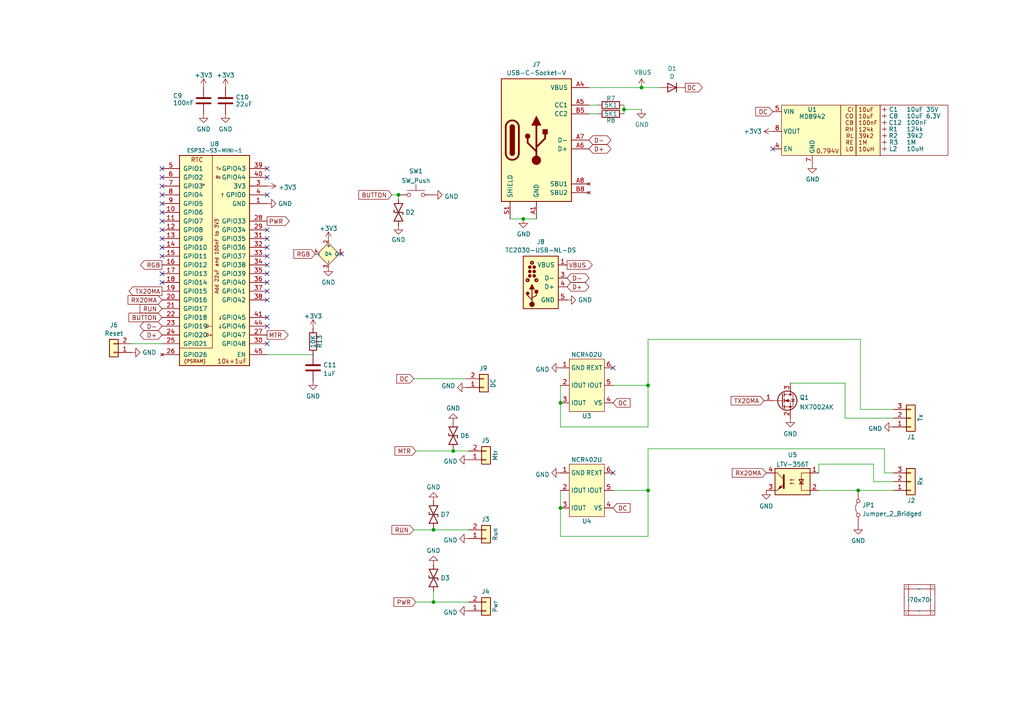
<source format=kicad_sch>
(kicad_sch (version 20241209) (generator "eeschema") (generator_version "9.0")
  (paper "A4")
  (title_block (title "ASR33 controller") (rev "1") (comment 1 "@TheRealRevK") (comment 2 "www.me.uk"))
  (lib_symbols
    (symbol "Connector_Generic:Conn_01x02" (pin_names (offset 1.016) (hide yes))
      (property "Reference" "J" (at 0 2.54 0))
      (property "Value" "Conn_01x02" (at 0 -5.08 0))
      (symbol "Conn_01x02_1_1"
        (rectangle (start -1.27 1.27) (end 1.27 -3.81) (stroke (width 0.254)) (fill (type background)))
        (rectangle (start -1.27 0.127) (end 0 -0.127) (stroke (width 0.1524)))
        (rectangle (start -1.27 -2.413) (end 0 -2.667) (stroke (width 0.1524)))
        (pin passive line (at -5.08 0 0) (length 3.81) (name "Pin_1") (number "1"))
        (pin passive line (at -5.08 -2.54 0) (length 3.81) (name "Pin_2") (number "2"))
      )
    )
    (symbol "Connector_Generic:Conn_01x03" (pin_names (offset 1.016) (hide yes))
      (property "Reference" "J" (at 0 5.08 0))
      (property "Value" "Conn_01x03" (at 0 -5.08 0))
      (symbol "Conn_01x03_1_1"
        (rectangle (start -1.27 3.81) (end 1.27 -3.81) (stroke (width 0.254)) (fill (type background)))
        (rectangle (start -1.27 2.667) (end 0 2.413) (stroke (width 0.1524)))
        (rectangle (start -1.27 0.127) (end 0 -0.127) (stroke (width 0.1524)))
        (rectangle (start -1.27 -2.413) (end 0 -2.667) (stroke (width 0.1524)))
        (pin passive line (at -5.08 2.54 0) (length 3.81) (name "Pin_1") (number "1"))
        (pin passive line (at -5.08 0 0) (length 3.81) (name "Pin_2") (number "2"))
        (pin passive line (at -5.08 -2.54 0) (length 3.81) (name "Pin_3") (number "3"))
      )
    )
    (symbol "Device:C" (pin_numbers (hide yes)) (pin_names (offset 0.254))
      (property "Reference" "C" (at 0.635 2.54 0))
      (property "Value" "C" (at 0.635 -2.54 0))
      (symbol "C_0_1"
        (polyline (pts (xy -2.032 0.762) (xy 2.032 0.762)) (stroke (width 0.508)))
        (polyline (pts (xy -2.032 -0.762) (xy 2.032 -0.762)) (stroke (width 0.508)))
      )
      (symbol "C_1_1"
        (pin passive line (at 0 3.81 270) (length 2.794) (name "~") (number "1"))
        (pin passive line (at 0 -3.81 90) (length 2.794) (name "~") (number "2"))
      )
    )
    (symbol "Device:D" (pin_numbers (hide yes)) (pin_names (offset 1.016) (hide yes))
      (property "Reference" "D" (at 0 2.54 0))
      (property "Value" "D" (at 0 -2.54 0))
      (symbol "D_0_1"
        (polyline (pts (xy -1.27 1.27) (xy -1.27 -1.27)) (stroke (width 0.254)))
        (polyline (pts (xy 1.27 1.27) (xy 1.27 -1.27) (xy -1.27 0) (xy 1.27 1.27)) (stroke (width 0.254)))
        (polyline (pts (xy 1.27 0) (xy -1.27 0)))
      )
      (symbol "D_1_1"
        (pin passive line (at -3.81 0 0) (length 2.54) (name "K") (number "1"))
        (pin passive line (at 3.81 0 180) (length 2.54) (name "A") (number "2"))
      )
    )
    (symbol "Device:R" (pin_numbers (hide yes)) (pin_names (offset 0))
      (property "Reference" "R" (at 2.032 0 90))
      (property "Value" "R" (at 0 0 90))
      (symbol "R_0_1"
        (rectangle (start -1.016 -2.54) (end 1.016 2.54) (stroke (width 0.254)))
      )
      (symbol "R_1_1"
        (pin passive line (at 0 3.81 270) (length 1.27) (name "~") (number "1"))
        (pin passive line (at 0 -3.81 90) (length 1.27) (name "~") (number "2"))
      )
    )
    (symbol "Isolator:LTV-356T" (pin_names (offset 1.016))
      (property "Reference" "U" (at -5.334 4.826 0))
      (property "Value" "LTV-356T" (at 0 5.08 0))
      (symbol "LTV-356T_0_1"
        (rectangle (start -5.08 3.81) (end 5.08 -3.81) (stroke (width 0.254)) (fill (type background)))
        (polyline (pts (xy -5.08 2.54) (xy -2.54 2.54) (xy -2.54 -0.762)))
        (polyline (pts (xy -3.175 -0.635) (xy -1.905 -0.635)) (stroke (width 0.254)))
        (polyline (pts (xy -2.54 -0.635) (xy -3.175 0.635) (xy -1.905 0.635) (xy -2.54 -0.635)) (stroke (width 0.254)))
        (polyline (pts (xy -2.54 -0.635) (xy -2.54 -2.54) (xy -5.08 -2.54)))
        (polyline (pts (xy -0.508 0.508) (xy 0.762 0.508) (xy 0.381 0.381) (xy 0.381 0.635) (xy 0.762 0.508)))
        (polyline (pts (xy -0.508 -0.508) (xy 0.762 -0.508) (xy 0.381 -0.635) (xy 0.381 -0.381) (xy 0.762 -0.508)))
        (polyline (pts (xy 2.54 1.905) (xy 2.54 -1.905) (xy 2.54 -1.905)) (stroke (width 0.508)))
        (polyline (pts (xy 2.54 0.635) (xy 4.445 2.54)))
        (polyline (pts (xy 3.048 -1.651) (xy 3.556 -1.143) (xy 4.064 -2.159) (xy 3.048 -1.651) (xy 3.048 -1.651)) (fill (type outline)))
        (polyline (pts (xy 4.445 2.54) (xy 5.08 2.54)))
        (polyline (pts (xy 4.445 -2.54) (xy 2.54 -0.635)) (fill (type outline)))
        (polyline (pts (xy 4.445 -2.54) (xy 5.08 -2.54)))
      )
      (symbol "LTV-356T_1_1"
        (pin passive line (at -7.62 2.54 0) (length 2.54) (name "~") (number "1"))
        (pin passive line (at -7.62 -2.54 0) (length 2.54) (name "~") (number "2"))
        (pin passive line (at 7.62 2.54 180) (length 2.54) (name "~") (number "4"))
        (pin passive line (at 7.62 -2.54 180) (length 2.54) (name "~") (number "3"))
      )
    )
    (symbol "Jumper:Jumper_2_Bridged" (pin_numbers (hide yes)) (pin_names (offset 0) (hide yes)) (exclude_from_sim yes)
      (property "Reference" "JP" (at 0 1.905 0))
      (property "Value" "Jumper_2_Bridged" (at 0 -2.54 0))
      (symbol "Jumper_2_Bridged_0_0"
        (circle (center -2.032 0) (radius 0.508))
        (circle (center 2.032 0) (radius 0.508))
      )
      (symbol "Jumper_2_Bridged_0_1"
        (arc (start -1.524 0.254) (mid 0 0.762) (end 1.524 0.254))
      )
      (symbol "Jumper_2_Bridged_1_1"
        (pin passive line (at -5.08 0 0) (length 2.54) (name "A") (number "1"))
        (pin passive line (at 5.08 0 180) (length 2.54) (name "B") (number "2"))
      )
    )
    (symbol "RevK:ES05D1MC10" (pin_numbers (hide yes))
      (property "Reference" "D" (at 0 2.54 0))
      (symbol "ES05D1MC10_0_1"
        (polyline (pts (xy -2.54 1.27) (xy -2.54 -1.27) (xy 0 0) (xy -2.54 1.27)) (stroke (width 0.254)))
        (polyline (pts (xy 2.54 -1.27) (xy 2.54 1.27) (xy 0 0) (xy 2.54 -1.27)) (stroke (width 0.254)))
      )
      (symbol "ES05D1MC10_1_1"
        (polyline (pts (xy 0.635 1.27) (xy 0 1.27) (xy 0 -1.27) (xy -0.635 -1.27)) (stroke (width 0.254)))
        (pin passive line (at -3.81 0 0) (length 1.27) (name "~") (number "2"))
        (pin passive line (at 3.81 0 180) (length 1.27) (name "~") (number "1"))
      )
    )
    (symbol "RevK:ESP32-S3-MINI-1-N4R2" (pin_names (offset 1.016))
      (property "Reference" "U" (at 9.525 28.575 0))
      (property "Value" "ESP32-S3-MINI-1-N4R2" (at 0 31.115 0))
      (symbol "ESP32-S3-MINI-1-N4R2_0_0"
        (rectangle (start -10.16 30.48) (end 10.16 -30.48) (stroke (width 0.254)) (fill (type background)))
      )
      (symbol "ESP32-S3-MINI-1-N4R2_1_1"
        (polyline (pts (xy -10.16 -25.4) (xy -0.635 -25.4)))
        (polyline (pts (xy -0.635 30.48) (xy -0.635 -25.4)))
        (text "(PSRAM)" (at -5.715 -29.21 0) (effects (font (size 1 1))))
        (text "RTC" (at -5.08 29.21 0) (effects (font (size 1.27 1.27))))
        (text "*" (at -3.175 21.59 0) (effects (font (size 1.27 1.27))))
        (text "D-" (at -2.54 -19.05 0) (effects (font (size 0.8 0.8)) (justify left)))
        (text "D+" (at -2.54 -21.59 0) (effects (font (size 0.8 0.8)) (justify left)))
        (text "Add 22uF and 100nF to 3V3" (at 0.635 1.27 900) (effects (font (size 1 1))))
        (text "Tx" (at 1.905 26.67 0) (effects (font (size 0.8 0.8)) (justify right)))
        (text "Rx" (at 1.905 24.13 0) (effects (font (size 0.8 0.8)) (justify right)))
        (text "↓" (at 2.54 -16.51 0) (effects (font (size 1.27 1.27)) (justify right)))
        (text "↓" (at 2.54 -19.05 0) (effects (font (size 1.27 1.27)) (justify right)))
        (text "↑" (at 3.175 19.05 0) (effects (font (size 1.27 1.27)) (justify right)))
        (text "10k+1uF" (at 5.08 -29.21 0) (effects (font (size 1.27 1.27))))
        (pin passive line (at -15.24 26.67 0) (length 5.08) (name "GPIO1") (number "5"))
        (pin passive line (at -15.24 24.13 0) (length 5.08) (name "GPIO2") (number "6"))
        (pin passive line (at -15.24 21.59 0) (length 5.08) (name "GPIO3") (number "7"))
        (pin passive line (at -15.24 19.05 0) (length 5.08) (name "GPIO4") (number "8"))
        (pin passive line (at -15.24 16.51 0) (length 5.08) (name "GPIO5") (number "9"))
        (pin passive line (at -15.24 13.97 0) (length 5.08) (name "GPIO6") (number "10"))
        (pin passive line (at -15.24 11.43 0) (length 5.08) (name "GPIO7") (number "11"))
        (pin passive line (at -15.24 8.89 0) (length 5.08) (name "GPIO8") (number "12"))
        (pin passive line (at -15.24 6.35 0) (length 5.08) (name "GPIO9") (number "13"))
        (pin passive line (at -15.24 3.81 0) (length 5.08) (name "GPIO10") (number "14"))
        (pin passive line (at -15.24 1.27 0) (length 5.08) (name "GPIO11") (number "15"))
        (pin passive line (at -15.24 -1.27 0) (length 5.08) (name "GPIO12") (number "16"))
        (pin passive line (at -15.24 -3.81 0) (length 5.08) (name "GPIO13") (number "17"))
        (pin passive line (at -15.24 -6.35 0) (length 5.08) (name "GPIO14") (number "18"))
        (pin passive line (at -15.24 -8.89 0) (length 5.08) (name "GPIO15") (number "19"))
        (pin passive line (at -15.24 -11.43 0) (length 5.08) (name "GPIO16") (number "20"))
        (pin passive line (at -15.24 -13.97 0) (length 5.08) (name "GPIO17") (number "21"))
        (pin passive line (at -15.24 -16.51 0) (length 5.08) (name "GPIO18") (number "22"))
        (pin passive line (at -15.24 -19.05 0) (length 5.08) (name "GPIO19") (number "23"))
        (pin passive line (at -15.24 -21.59 0) (length 5.08) (name "GPIO20") (number "24"))
        (pin passive line (at -15.24 -24.13 0) (length 5.08) (name "GPIO21") (number "25"))
        (pin no_connect line (at -15.24 -27.305 0) (length 5.08) (name "GPIO26") (number "26"))
        (pin passive line (at 15.24 26.67 180) (length 5.08) (name "GPIO43") (number "39"))
        (pin passive line (at 15.24 24.13 180) (length 5.08) (name "GPIO44") (number "40"))
        (pin power_in line (at 15.24 21.59 180) (length 5.08) (name "3V3") (number "3"))
        (pin passive line (at 15.24 19.05 180) (length 5.08) (name "GPIO0") (number "4"))
        (pin power_in line (at 15.24 16.51 180) (length 5.08) (name "GND") (number "1"))
        (pin power_in line (at 15.24 16.51 180) (length 5.08) (hide yes) (name "GND") (number "2"))
        (pin power_in line (at 15.24 16.51 180) (length 5.08) (hide yes) (name "GND") (number "42"))
        (pin power_in line (at 15.24 16.51 180) (length 5.08) (hide yes) (name "GND") (number "43"))
        (pin power_in line (at 15.24 16.51 180) (length 5.08) (hide yes) (name "GND") (number "46"))
        (pin power_in line (at 15.24 16.51 180) (length 5.08) (hide yes) (name "GND") (number "47"))
        (pin power_in line (at 15.24 16.51 180) (length 5.08) (hide yes) (name "GND") (number "48"))
        (pin power_in line (at 15.24 16.51 180) (length 5.08) (hide yes) (name "GND") (number "49"))
        (pin power_in line (at 15.24 16.51 180) (length 5.08) (hide yes) (name "GND") (number "50"))
        (pin power_in line (at 15.24 16.51 180) (length 5.08) (hide yes) (name "GND") (number "51"))
        (pin power_in line (at 15.24 16.51 180) (length 5.08) (hide yes) (name "GND") (number "52"))
        (pin power_in line (at 15.24 16.51 180) (length 5.08) (hide yes) (name "GND") (number "53"))
        (pin power_in line (at 15.24 16.51 180) (length 5.08) (hide yes) (name "GND") (number "54"))
        (pin power_in line (at 15.24 16.51 180) (length 5.08) (hide yes) (name "GND") (number "55"))
        (pin power_in line (at 15.24 16.51 180) (length 5.08) (hide yes) (name "GND") (number "56"))
        (pin power_in line (at 15.24 16.51 180) (length 5.08) (hide yes) (name "GND") (number "57"))
        (pin power_in line (at 15.24 16.51 180) (length 5.08) (hide yes) (name "GND") (number "58"))
        (pin power_in line (at 15.24 16.51 180) (length 5.08) (hide yes) (name "GND") (number "59"))
        (pin power_in line (at 15.24 16.51 180) (length 5.08) (hide yes) (name "GND") (number "60"))
        (pin power_in line (at 15.24 16.51 180) (length 5.08) (hide yes) (name "GND") (number "61"))
        (pin power_in line (at 15.24 16.51 180) (length 5.08) (hide yes) (name "GND") (number "62"))
        (pin power_in line (at 15.24 16.51 180) (length 5.08) (hide yes) (name "GND") (number "63"))
        (pin power_in line (at 15.24 16.51 180) (length 5.08) (hide yes) (name "GND") (number "64"))
        (pin power_in line (at 15.24 16.51 180) (length 5.08) (hide yes) (name "GND") (number "65"))
        (pin passive line (at 15.24 11.43 180) (length 5.08) (name "GPIO33") (number "28"))
        (pin passive line (at 15.24 8.89 180) (length 5.08) (name "GPIO34") (number "29"))
        (pin passive line (at 15.24 6.35 180) (length 5.08) (name "GPIO35") (number "31"))
        (pin passive line (at 15.24 3.81 180) (length 5.08) (name "GPIO36") (number "32"))
        (pin passive line (at 15.24 1.27 180) (length 5.08) (name "GPIO37") (number "33"))
        (pin passive line (at 15.24 -1.27 180) (length 5.08) (name "GPIO38") (number "34"))
        (pin passive line (at 15.24 -3.81 180) (length 5.08) (name "GPIO39") (number "35"))
        (pin passive line (at 15.24 -6.35 180) (length 5.08) (name "GPIO40") (number "36"))
        (pin passive line (at 15.24 -8.89 180) (length 5.08) (name "GPIO41") (number "37"))
        (pin passive line (at 15.24 -11.43 180) (length 5.08) (name "GPIO42") (number "38"))
        (pin passive line (at 15.24 -16.51 180) (length 5.08) (name "GPIO45") (number "41"))
        (pin passive line (at 15.24 -19.05 180) (length 5.08) (name "GPIO46") (number "44"))
        (pin passive line (at 15.24 -21.59 180) (length 5.08) (name "GPIO47") (number "27"))
        (pin passive line (at 15.24 -24.13 180) (length 5.08) (name "GPIO48") (number "30"))
        (pin input line (at 15.24 -27.305 180) (length 5.08) (name "EN") (number "45"))
      )
    )
    (symbol "RevK:Hidden" (pin_names (offset 1.016)) (in_bom no)
      (property "Reference" "Z" (at 0.635 0 0))
      (property "Value" "Hidden" (at 4.445 0 0))
      (symbol "Hidden_0_1"
        (polyline (pts (xy -0.635 0) (xy 0.635 0)) (stroke (width 0.1524)))
        (polyline (pts (xy 0 0.635) (xy 0 -0.635)) (stroke (width 0.1524)))
      )
    )
    (symbol "RevK:MD89420-RegBlock"
      (property "Reference" "U" (at -0.635 4.445 0))
      (property "Value" "MD8942" (at 0 6.35 0))
      (symbol "MD89420-RegBlock_1_1"
        (rectangle (start -8.89 7.62) (end 8.255 -6.985) (fill (type background)))
        (rectangle (start 8.255 7.62) (end 12.7 -6.985) (fill (type background)))
        (rectangle (start 12.7 7.62) (end 19.685 -6.985) (fill (type background)))
        (rectangle (start 19.685 7.62) (end 39.37 -6.985))
        (text "0.794V" (at 4.445 -5.715 0) (effects (font (size 1.27 1.27))))
        (text "CI\nCO\nCB\nRH\nRL\nRE\nLO" (at 12.065 6.985 0) (effects (font (size 1.185 1.185)) (justify right top)))
        (text "10uF\n10uF\n100nF\n124k\n39k2\n1M\n10uH" (at 13.335 6.985 0) (effects (font (size 1.185 1.185)) (justify left top)))
        (pin power_in line (at -11.43 5.715 0) (length 2.54) (name "VIN") (number "5"))
        (pin power_out line (at -11.43 0 0) (length 2.54) (name "VOUT") (number "8"))
        (pin input line (at -11.43 -5.08 0) (length 2.54) (name "EN") (number "4"))
        (pin power_in line (at 0 -9.525 90) (length 2.54) (hide yes) (name "GND") (number "2"))
        (pin power_in line (at 0 -9.525 90) (length 2.54) (name "GND") (number "7"))
        (pin no_connect line (at 5.715 1.905 0) (length 2.54) (hide yes) (name "") (number "3"))
        (pin no_connect line (at 5.715 0 0) (length 2.54) (hide yes) (name "") (number "1"))
        (pin no_connect line (at 5.715 -1.905 0) (length 2.54) (hide yes) (name "") (number "6"))
      )
    )
    (symbol "RevK:NCR402U"
      (property "Reference" "U" (at 0 -8.89 0))
      (property "Value" "NCR402U" (at 0 8.89 0))
      (symbol "NCR402U_0_1"
        (rectangle (start -5.08 7.62) (end 5.08 -7.62) (stroke (width 0.1524)) (fill (type background)))
      )
      (symbol "NCR402U_1_1"
        (pin power_in line (at -7.62 5.08 0) (length 2.54) (name "GND") (number "1"))
        (pin passive line (at -7.62 0 0) (length 2.54) (name "IOUT") (number "2"))
        (pin passive line (at -7.62 -5.08 0) (length 2.54) (name "IOUT") (number "3"))
        (pin passive line (at 7.62 5.08 180) (length 2.54) (name "REXT") (number "6"))
        (pin passive line (at 7.62 0 180) (length 2.54) (name "IOUT") (number "5"))
        (pin power_in line (at 7.62 -5.08 180) (length 2.54) (name "VS") (number "4"))
      )
    )
    (symbol "RevK:NX7002AK" (pin_names (offset 0) (hide yes))
      (property "Reference" "Q" (at 5.08 1.27 0))
      (property "Value" "NX7002AK" (at 5.08 -1.27 0))
      (symbol "NX7002AK_0_1"
        (polyline (pts (xy 0.254 1.905) (xy 0.254 -1.905)) (stroke (width 0.254)))
        (polyline (pts (xy 0.254 0) (xy -2.54 0)))
        (polyline (pts (xy 0.762 2.286) (xy 0.762 1.27)) (stroke (width 0.254)))
        (polyline (pts (xy 0.762 0.508) (xy 0.762 -0.508)) (stroke (width 0.254)))
        (polyline (pts (xy 0.762 -1.27) (xy 0.762 -2.286)) (stroke (width 0.254)))
        (polyline (pts (xy 0.762 -1.778) (xy 3.302 -1.778) (xy 3.302 1.778) (xy 0.762 1.778)))
        (polyline (pts (xy 1.016 0) (xy 2.032 0.381) (xy 2.032 -0.381) (xy 1.016 0)) (fill (type outline)))
        (circle (center 1.651 0) (radius 2.794) (stroke (width 0.254)))
        (polyline (pts (xy 2.54 2.54) (xy 2.54 1.778)))
        (circle (center 2.54 1.778) (radius 0.254) (fill (type outline)))
        (circle (center 2.54 -1.778) (radius 0.254) (fill (type outline)))
        (polyline (pts (xy 2.54 -2.54) (xy 2.54 0) (xy 0.762 0)))
        (polyline (pts (xy 2.794 0.508) (xy 2.921 0.381) (xy 3.683 0.381) (xy 3.81 0.254)))
        (polyline (pts (xy 3.302 0.381) (xy 2.921 -0.254) (xy 3.683 -0.254) (xy 3.302 0.381)))
      )
      (symbol "NX7002AK_1_1"
        (pin input line (at -5.08 0 0) (length 2.54) (name "G") (number "1"))
        (pin passive line (at 2.54 5.08 270) (length 2.54) (name "D") (number "3"))
        (pin passive line (at 2.54 -5.08 90) (length 2.54) (name "S") (number "2"))
      )
    )
    (symbol "RevK:PCB" (in_bom no)
      (property "Value" "XxY" (at 0 0 0))
      (symbol "PCB_0_1"
        (rectangle (start -4.445 4.445) (end 4.445 -4.445))
        (circle (center -3.81 3.81) (radius 0.0001))
        (circle (center -3.81 -3.81) (radius 0.0001))
        (circle (center 3.81 3.81) (radius 0.0001))
        (circle (center 3.81 -3.81) (radius 0.0001))
      )
    )
    (symbol "RevK:TC2030-USB-NL" (pin_names (offset 1.016)) (in_bom no)
      (property "Reference" "J" (at 0 10.922 0))
      (property "Value" "TC2030-USB-NL" (at 0 8.89 0))
      (symbol "TC2030-USB-NL_0_1"
        (rectangle (start -5.08 7.62) (end 5.08 -7.62) (stroke (width 0.254)) (fill (type background)))
        (circle (center -3.81 -3.175) (radius 0.381) (stroke (width 0.254)) (fill (type outline)))
        (circle (center -3.175 4.445) (radius 0.381) (stroke (width 0.254)) (fill (type outline)))
        (circle (center -3.175 3.175) (radius 0.381) (stroke (width 0.254)) (fill (type outline)))
        (circle (center -3.175 1.905) (radius 0.381) (stroke (width 0.254)) (fill (type outline)))
        (polyline (pts (xy -3.175 -1.905) (xy -1.905 -1.905) (xy -2.54 -0.635) (xy -3.175 -1.905)) (stroke (width 0.254)) (fill (type outline)))
        (polyline (pts (xy -2.54 -5.08) (xy -2.54 -4.445) (xy -1.27 -3.81) (xy -1.27 -2.54)) (stroke (width 0.254)))
        (polyline (pts (xy -2.54 -5.715) (xy -2.54 -5.08) (xy -3.81 -3.81) (xy -3.81 -3.175)) (stroke (width 0.254)))
        (circle (center -2.54 -6.35) (radius 0.635) (stroke (width 0.254)) (fill (type outline)))
        (circle (center -1.905 4.445) (radius 0.381) (stroke (width 0.254)) (fill (type outline)))
        (circle (center -1.905 3.175) (radius 0.381) (stroke (width 0.254)) (fill (type outline)))
        (circle (center -1.905 1.905) (radius 0.381) (stroke (width 0.254)) (fill (type outline)))
        (rectangle (start -1.651 -2.286) (end -0.889 -3.048) (stroke (width 0.254)) (fill (type outline)))
      )
      (symbol "TC2030-USB-NL_1_1"
        (circle (center -3.81 0.635) (radius 0.381) (stroke (width 0.4)))
        (circle (center -2.54 5.715) (radius 0.381) (stroke (width 0.4)))
        (polyline (pts (xy -2.54 -4.445) (xy -2.54 -1.905)) (stroke (width 0.254)))
        (circle (center -1.27 0.635) (radius 0.381) (stroke (width 0.4)))
        (pin passive line (at 7.62 5.08 180) (length 2.54) (name "VBUS") (number "1"))
        (pin passive line (at 7.62 5.08 180) (length 2.54) (hide yes) (name "VBUS") (number "2"))
        (pin bidirectional line (at 7.62 1.27 180) (length 2.54) (name "D-") (number "3"))
        (pin bidirectional line (at 7.62 -1.27 180) (length 2.54) (name "D+") (number "4"))
        (pin passive line (at 7.62 -5.08 180) (length 2.54) (name "GND") (number "5"))
        (pin passive line (at 7.62 -5.08 180) (length 2.54) (hide yes) (name "GND") (number "6"))
      )
    )
    (symbol "RevK:USB-C-Socket-H" (pin_names (offset 1.016))
      (property "Reference" "J" (at -10.16 19.05 0))
      (property "Value" "USB-C-Socket-V" (at 0.635 12.7 0))
      (symbol "USB-C-Socket-H_0_1"
        (rectangle (start -10.16 17.78) (end 10.16 -17.78) (stroke (width 0.254)) (fill (type background)))
        (polyline (pts (xy -8.89 -3.81) (xy -8.89 3.81)) (stroke (width 0.508)))
        (rectangle (start -7.62 -3.81) (end -6.35 3.81) (stroke (width 0.254)) (fill (type outline)))
        (arc (start -7.62 3.81) (mid -6.985 4.4423) (end -6.35 3.81) (stroke (width 0.254)) (fill (type outline)))
        (arc (start -7.62 3.81) (mid -6.985 4.4423) (end -6.35 3.81) (stroke (width 0.254)))
        (arc (start -8.89 3.81) (mid -6.985 5.7067) (end -5.08 3.81) (stroke (width 0.508)))
        (arc (start -5.08 -3.81) (mid -6.985 -5.7067) (end -8.89 -3.81) (stroke (width 0.508)))
        (arc (start -6.35 -3.81) (mid -6.985 -4.4423) (end -7.62 -3.81) (stroke (width 0.254)))
        (arc (start -6.35 -3.81) (mid -6.985 -4.4423) (end -7.62 -3.81) (stroke (width 0.254)) (fill (type outline)))
        (polyline (pts (xy -5.08 3.81) (xy -5.08 -3.81)) (stroke (width 0.508)))
        (circle (center -2.54 1.143) (radius 0.635) (stroke (width 0.254)) (fill (type outline)))
        (polyline (pts (xy -1.27 4.318) (xy 0 6.858) (xy 1.27 4.318) (xy -1.27 4.318)) (stroke (width 0.254)) (fill (type outline)))
        (polyline (pts (xy 0 -2.032) (xy 2.54 0.508) (xy 2.54 1.778)) (stroke (width 0.508)))
        (polyline (pts (xy 0 -3.302) (xy -2.54 -0.762) (xy -2.54 0.508)) (stroke (width 0.508)))
        (polyline (pts (xy 0 -5.842) (xy 0 4.318)) (stroke (width 0.508)))
        (circle (center 0 -5.842) (radius 1.27) (fill (type outline)))
        (rectangle (start 1.905 1.778) (end 3.175 3.048) (stroke (width 0.254)) (fill (type outline)))
      )
      (symbol "USB-C-Socket-H_1_1"
        (pin passive line (at -7.62 -22.86 90) (length 5.08) (name "SHIELD") (number "S1"))
        (pin passive line (at 0 -22.86 90) (length 5.08) (name "GND") (number "A1"))
        (pin passive line (at 0 -22.86 90) (length 5.08) (hide yes) (name "GND") (number "A12"))
        (pin passive line (at 0 -22.86 90) (length 5.08) (hide yes) (name "GND") (number "B1"))
        (pin passive line (at 0 -22.86 90) (length 5.08) (hide yes) (name "GND") (number "B12"))
        (pin passive line (at 15.24 15.24 180) (length 5.08) (name "VBUS") (number "A4"))
        (pin passive line (at 15.24 15.24 180) (length 5.08) (hide yes) (name "VBUS") (number "A9"))
        (pin passive line (at 15.24 15.24 180) (length 5.08) (hide yes) (name "VBUS") (number "B4"))
        (pin passive line (at 15.24 15.24 180) (length 5.08) (hide yes) (name "VBUS") (number "B9"))
        (pin bidirectional line (at 15.24 10.16 180) (length 5.08) (name "CC1") (number "A5"))
        (pin bidirectional line (at 15.24 7.62 180) (length 5.08) (name "CC2") (number "B5"))
        (pin bidirectional line (at 15.24 0 180) (length 5.08) (name "D-") (number "A7"))
        (pin bidirectional line (at 15.24 0 180) (length 5.08) (hide yes) (name "D-") (number "B7"))
        (pin bidirectional line (at 15.24 -2.54 180) (length 5.08) (name "D+") (number "A6"))
        (pin bidirectional line (at 15.24 -2.54 180) (length 5.08) (hide yes) (name "D+") (number "B6"))
        (pin no_connect line (at 15.24 -12.7 180) (length 5.08) (name "SBU1") (number "A8"))
        (pin no_connect line (at 15.24 -15.24 180) (length 5.08) (name "SBU2") (number "B8"))
      )
    )
    (symbol "RevK:VCUT" (in_bom no)
      (symbol "VCUT_0_1"
        (polyline (pts (xy -4.445 0) (xy 4.445 0)))
      )
    )
    (symbol "RevK:WS2812B-1mm" (pin_names (offset 0.254))
      (property "Reference" "D" (at 0 0 0))
      (symbol "WS2812B-1mm_1_1"
        (polyline (pts (xy 0 3.175) (xy 3.175 0) (xy 0 -3.175) (xy -3.175 0) (xy 0 3.175)) (fill (type background)))
        (pin input line (at -3.81 0 0) (length 0.5) (name "I") (number "4"))
        (pin power_in line (at 0 3.81 270) (length 0.5) (name "-") (number "3"))
        (pin power_in line (at 0 -3.81 90) (length 0.5) (name "+") (number "2"))
        (pin output line (at 3.81 0 180) (length 0.5) (name "O") (number "1"))
      )
    )
    (symbol "Switch:SW_Push" (pin_numbers (hide yes)) (pin_names (offset 1.016) (hide yes))
      (property "Reference" "SW" (at 1.27 2.54 0))
      (property "Value" "SW_Push" (at 0 -1.524 0))
      (symbol "SW_Push_0_1"
        (circle (center -2.032 0) (radius 0.508))
        (polyline (pts (xy 0 1.27) (xy 0 3.048)))
        (circle (center 2.032 0) (radius 0.508))
        (polyline (pts (xy 2.54 1.27) (xy -2.54 1.27)))
        (pin passive line (at -5.08 0 0) (length 2.54) (name "1") (number "1"))
        (pin passive line (at 5.08 0 180) (length 2.54) (name "2") (number "2"))
      )
    )
    (symbol "power:+3.3V" (power) (pin_numbers (hide yes)) (pin_names (offset 0) (hide yes))
      (property "Value" "+3.3V" (at 0 3.556 0))
      (symbol "+3.3V_0_1"
        (polyline (pts (xy -0.762 1.27) (xy 0 2.54)))
        (polyline (pts (xy 0 2.54) (xy 0.762 1.27)))
        (polyline (pts (xy 0 0) (xy 0 2.54)))
      )
      (symbol "+3.3V_1_1"
        (pin power_in line (at 0 0 90) (length 0) (name "~") (number "1"))
      )
    )
    (symbol "power:GND" (power) (pin_numbers (hide yes)) (pin_names (offset 0) (hide yes))
      (property "Value" "GND" (at 0 -3.81 0))
      (symbol "GND_0_1"
        (polyline (pts (xy 0 0) (xy 0 -1.27) (xy 1.27 -1.27) (xy 0 -2.54) (xy -1.27 -1.27) (xy 0 -1.27)))
      )
      (symbol "GND_1_1"
        (pin power_in line (at 0 0 270) (length 0) (name "~") (number "1"))
      )
    )
    (symbol "power:VBUS" (power) (pin_numbers (hide yes)) (pin_names (offset 0) (hide yes))
      (property "Value" "VBUS" (at 0 3.556 0))
      (symbol "VBUS_0_1"
        (polyline (pts (xy -0.762 1.27) (xy 0 2.54)))
        (polyline (pts (xy 0 2.54) (xy 0.762 1.27)))
        (polyline (pts (xy 0 0) (xy 0 2.54)))
      )
      (symbol "VBUS_1_1"
        (pin power_in line (at 0 0 90) (length 0) (name "~") (number "1"))
      )
    )
  )
  (junction (at 162.56 116.84))
  (junction (at 125.73 174.625))
  (junction (at 131.445 130.81))
  (junction (at 115.57 56.515))
  (junction (at 248.92 142.24))
  (junction (at 125.73 153.67))
  (junction (at 187.96 142.24))
  (junction (at 151.765 63.5))
  (junction (at 187.96 111.76))
  (junction (at 186.055 25.4))
  (junction (at 162.56 147.32))
  (junction (at 180.975 31.75))
  (no_connect (at 224.155 43.18))
  (no_connect (at 77.47 66.675))
  (no_connect (at 77.47 92.075))
  (no_connect (at 77.47 69.215))
  (no_connect (at 77.47 79.375))
  (no_connect (at 46.99 81.915))
  (no_connect (at 77.47 99.695))
  (no_connect (at 46.99 79.375))
  (no_connect (at 46.99 69.215))
  (no_connect (at 177.8 106.68))
  (no_connect (at 99.06 73.66))
  (no_connect (at 46.99 74.295))
  (no_connect (at 77.47 86.995))
  (no_connect (at 46.99 71.755))
  (no_connect (at 77.47 48.895))
  (no_connect (at 46.99 66.675))
  (no_connect (at 77.47 94.615))
  (no_connect (at 77.47 74.295))
  (no_connect (at 77.47 76.835))
  (no_connect (at 77.47 56.515))
  (no_connect (at 46.99 48.895))
  (no_connect (at 46.99 51.435))
  (no_connect (at 77.47 84.455))
  (no_connect (at 46.99 59.055))
  (no_connect (at 46.99 53.975))
  (no_connect (at 177.8 137.16))
  (no_connect (at 46.99 61.595))
  (no_connect (at 77.47 51.435))
  (no_connect (at 77.47 81.915))
  (no_connect (at 77.47 71.755))
  (no_connect (at 46.99 56.515))
  (no_connect (at 46.99 64.135))
  (wire (pts (xy 120.015 153.67) (xy 125.73 153.67)))
  (wire (pts (xy 180.975 31.75) (xy 180.975 33.02)))
  (wire (pts (xy 187.96 98.425) (xy 249.555 98.425)))
  (wire (pts (xy 186.055 25.4) (xy 191.135 25.4)))
  (wire (pts (xy 245.11 111.125) (xy 245.11 121.285)))
  (wire (pts (xy 162.56 147.32) (xy 162.56 155.575)))
  (wire (pts (xy 187.96 142.24) (xy 187.96 155.575)))
  (wire (pts (xy 131.445 130.81) (xy 135.89 130.81)))
  (wire (pts (xy 237.49 137.16) (xy 237.49 134.62)))
  (wire (pts (xy 120.65 130.81) (xy 131.445 130.81)))
  (wire (pts (xy 125.73 153.035) (xy 125.73 153.67)))
  (wire (pts (xy 125.73 174.625) (xy 135.89 174.625)))
  (wire (pts (xy 162.56 142.24) (xy 162.56 147.32)))
  (wire (pts (xy 162.56 111.76) (xy 162.56 116.84)))
  (wire (pts (xy 187.96 142.24) (xy 187.96 130.175)))
  (wire (pts (xy 249.555 118.745) (xy 259.08 118.745)))
  (wire (pts (xy 170.815 30.48) (xy 173.355 30.48)))
  (wire (pts (xy 77.47 102.87) (xy 90.805 102.87)))
  (wire (pts (xy 125.73 153.67) (xy 135.89 153.67)))
  (wire (pts (xy 237.49 134.62) (xy 253.365 134.62)))
  (wire (pts (xy 253.365 139.7) (xy 259.08 139.7)))
  (wire (pts (xy 120.015 109.855) (xy 135.255 109.855)))
  (wire (pts (xy 131.445 130.175) (xy 131.445 130.81)))
  (wire (pts (xy 187.96 111.76) (xy 187.96 123.825)))
  (wire (pts (xy 120.65 174.625) (xy 125.73 174.625)))
  (wire (pts (xy 186.055 31.75) (xy 180.975 31.75)))
  (wire (pts (xy 177.8 111.76) (xy 187.96 111.76)))
  (wire (pts (xy 115.57 56.515) (xy 115.57 57.785)))
  (wire (pts (xy 245.11 121.285) (xy 259.08 121.285)))
  (wire (pts (xy 187.96 111.76) (xy 187.96 98.425)))
  (wire (pts (xy 151.765 63.5) (xy 155.575 63.5)))
  (wire (pts (xy 180.975 30.48) (xy 180.975 31.75)))
  (wire (pts (xy 177.8 142.24) (xy 187.96 142.24)))
  (wire (pts (xy 237.49 142.24) (xy 248.92 142.24)))
  (wire (pts (xy 162.56 123.825) (xy 187.96 123.825)))
  (wire (pts (xy 125.73 171.45) (xy 125.73 174.625)))
  (wire (pts (xy 162.56 155.575) (xy 187.96 155.575)))
  (wire (pts (xy 170.815 33.02) (xy 173.355 33.02)))
  (wire (pts (xy 248.92 142.24) (xy 259.08 142.24)))
  (wire (pts (xy 229.235 111.125) (xy 245.11 111.125)))
  (wire (pts (xy 249.555 98.425) (xy 249.555 118.745)))
  (wire (pts (xy 147.955 63.5) (xy 151.765 63.5)))
  (wire (pts (xy 253.365 134.62) (xy 253.365 139.7)))
  (wire (pts (xy 113.665 56.515) (xy 115.57 56.515)))
  (wire (pts (xy 162.56 116.84) (xy 162.56 123.825)))
  (wire (pts (xy 170.815 25.4) (xy 186.055 25.4)))
  (wire (pts (xy 256.54 130.175) (xy 256.54 137.16)))
  (wire (pts (xy 38.1 99.695) (xy 46.99 99.695)))
  (wire (pts (xy 187.96 130.175) (xy 256.54 130.175)))
  (wire (pts (xy 256.54 137.16) (xy 259.08 137.16)))
  (global_label "RUN" (shape input) (at 120.015 153.67 180) (property "Intersheetrefs" "${INTERSHEET_REFS}" (effects (hide yes))))
  (global_label "BUTTON" (shape input) (at 46.99 92.075 180) (property "Intersheetrefs" "${INTERSHEET_REFS}" (effects (hide yes))))
  (global_label "RX20MA" (shape input) (at 46.99 86.995 180) (property "Intersheetrefs" "${INTERSHEET_REFS}" (effects (hide yes))))
  (global_label "D-" (shape bidirectional) (at 46.99 94.615 180) (property "Intersheetrefs" "${INTERSHEET_REFS}" (effects (hide yes))))
  (global_label "RGB" (shape input) (at 91.44 73.66 180) (property "Intersheetrefs" "${INTERSHEET_REFS}" (effects (hide yes))))
  (global_label "D-" (shape bidirectional) (at 164.465 80.645 0) (property "Intersheetrefs" "${INTERSHEET_REFS}" (effects (hide yes))))
  (global_label "PWR" (shape input) (at 120.65 174.625 180) (property "Intersheetrefs" "${INTERSHEET_REFS}" (effects (hide yes))))
  (global_label "MTR" (shape output) (at 77.47 97.155 0) (property "Intersheetrefs" "${INTERSHEET_REFS}" (effects (hide yes))))
  (global_label "RX20MA" (shape input) (at 222.25 137.16 180) (property "Intersheetrefs" "${INTERSHEET_REFS}" (effects (hide yes))))
  (global_label "DC" (shape input) (at 177.8 147.32 0) (property "Intersheetrefs" "${INTERSHEET_REFS}" (effects (hide yes))))
  (global_label "D+" (shape bidirectional) (at 170.815 43.18 0) (property "Intersheetrefs" "${INTERSHEET_REFS}" (effects (hide yes))))
  (global_label "PWR" (shape output) (at 77.47 64.135 0) (property "Intersheetrefs" "${INTERSHEET_REFS}" (effects (hide yes))))
  (global_label "RGB" (shape output) (at 46.99 76.835 180) (property "Intersheetrefs" "${INTERSHEET_REFS}" (effects (hide yes))))
  (global_label "D-" (shape bidirectional) (at 170.815 40.64 0) (property "Intersheetrefs" "${INTERSHEET_REFS}" (effects (hide yes))))
  (global_label "TX20MA" (shape output) (at 46.99 84.455 180) (property "Intersheetrefs" "${INTERSHEET_REFS}" (effects (hide yes))))
  (global_label "VBUS" (shape output) (at 164.465 76.835 0) (property "Intersheetrefs" "${INTERSHEET_REFS}" (effects (hide yes))))
  (global_label "DC" (shape input) (at 224.155 32.385 180) (property "Intersheetrefs" "${INTERSHEET_REFS}" (effects (hide yes))))
  (global_label "MTR" (shape input) (at 120.65 130.81 180) (property "Intersheetrefs" "${INTERSHEET_REFS}" (effects (hide yes))))
  (global_label "DC" (shape input) (at 120.015 109.855 180) (property "Intersheetrefs" "${INTERSHEET_REFS}" (effects (hide yes))))
  (global_label "D+" (shape bidirectional) (at 46.99 97.155 180) (property "Intersheetrefs" "${INTERSHEET_REFS}" (effects (hide yes))))
  (global_label "DC" (shape output) (at 198.755 25.4 0) (property "Intersheetrefs" "${INTERSHEET_REFS}" (effects (hide yes))))
  (global_label "DC" (shape input) (at 177.8 116.84 0) (property "Intersheetrefs" "${INTERSHEET_REFS}" (effects (hide yes))))
  (global_label "D+" (shape bidirectional) (at 164.465 83.185 0) (property "Intersheetrefs" "${INTERSHEET_REFS}" (effects (hide yes))))
  (global_label "BUTTON" (shape input) (at 113.665 56.515 180) (property "Intersheetrefs" "${INTERSHEET_REFS}" (effects (hide yes))))
  (global_label "RUN" (shape input) (at 46.99 89.535 180) (property "Intersheetrefs" "${INTERSHEET_REFS}" (effects (hide yes))))
  (global_label "TX20MA" (shape input) (at 221.615 116.205 180) (property "Intersheetrefs" "${INTERSHEET_REFS}" (effects (hide yes))))
  (symbol (lib_id "Device:R") (at 177.165 30.48 90) (unit 1)
    (property "Reference" "R7" (at 177.165 28.575 90))
    (property "Value" "5K1" (at 177.165 30.48 90))
    (property "Footprint" "RevK:R_0402" (effects (hide yes)))
    (property "Description" "Resistor" (effects (hide yes)))
  )
  (symbol (lib_id "power:VBUS") (at 186.055 25.4 0) (unit 1)
    (property "Reference" "#PWR025" (effects (hide yes)))
    (property "Value" "VBUS" (at 186.436 21.0058 0))
    (property "Description" "Power symbol creates a global label with name \"VBUS\"" (effects (hide yes)))
  )
  (symbol (lib_id "power:GND") (at 186.055 31.75 0) (unit 1)
    (property "Reference" "#PWR026" (effects (hide yes)))
    (property "Value" "GND" (at 186.182 36.1442 0))
    (property "Description" "Power symbol creates a global label with name \"GND\" , ground" (effects (hide yes)))
  )
  (symbol (lib_id "power:GND") (at 151.765 63.5 0) (unit 1)
    (property "Reference" "#PWR027" (effects (hide yes)))
    (property "Value" "GND" (at 151.892 67.8942 0))
    (property "Description" "Power symbol creates a global label with name \"GND\" , ground" (effects (hide yes)))
  )
  (symbol (lib_id "Device:R") (at 177.165 33.02 270) (unit 1)
    (property "Reference" "R8" (at 177.165 34.925 90))
    (property "Value" "5K1" (at 177.165 33.02 90))
    (property "Footprint" "RevK:R_0402" (effects (hide yes)))
    (property "Description" "Resistor" (effects (hide yes)))
  )
  (symbol (lib_id "power:+3.3V") (at 77.47 53.975 270) (unit 1)
    (property "Reference" "#PWR04" (effects (hide yes)))
    (property "Value" "+3V3" (at 80.7212 54.356 90) (effects (justify left)))
    (property "Description" "Power symbol creates a global label with name \"+3.3V\"" (effects (hide yes)))
  )
  (symbol (lib_id "RevK:Hidden") (at 256.54 35.56 90) (unit 1)
    (property "Reference" "C12" (at 261.62 35.56 90) (effects (justify left)))
    (property "Value" "100nF" (at 262.89 35.56 90) (effects (justify right)))
    (property "Footprint" "RevK:C_0603_" (effects (hide yes)))
  )
  (symbol (lib_id "power:GND") (at 125.73 145.415 0) (mirror x) (unit 1)
    (property "Reference" "#PWR09" (effects (hide yes)))
    (property "Value" "GND" (at 125.73 141.2819 0))
    (property "Description" "Power symbol creates a global label with name \"GND\" , ground" (effects (hide yes)))
  )
  (symbol (lib_id "RevK:USB-C-Socket-H") (at 155.575 40.64 0) (unit 1)
    (property "Reference" "J7" (at 155.575 18.7157 0))
    (property "Value" "USB-C-Socket-V" (at 155.575 21.1399 0))
    (property "Footprint" "RevK:USB-C-Socket-H" (effects (hide yes)))
    (property "Description" "USB 2.0-only Type-C Receptacle connector" (effects (hide yes)))
    (property "MPN" "C709357" (effects (hide yes)))
  )
  (symbol (lib_id "RevK:Hidden") (at 256.54 41.275 0) (unit 1)
    (property "Reference" "R3" (at 257.81 41.275 0) (effects (justify left)))
    (property "Value" "1M" (at 262.89 41.275 0) (effects (justify left)))
    (property "Footprint" "RevK:R_0402_" (effects (hide yes)))
  )
  (symbol (lib_id "Device:C") (at 59.055 29.21 0) (unit 1)
    (property "Reference" "C9" (at 50.165 27.797 0) (effects (justify left)))
    (property "Value" "100nF" (at 50.165 29.845 0) (effects (justify left)))
    (property "Footprint" "RevK:C_0402" (effects (hide yes)))
    (property "Description" "Unpolarized capacitor" (effects (hide yes)))
  )
  (symbol (lib_id "RevK:ES05D1MC10") (at 125.73 167.64 270) (unit 1)
    (property "Reference" "D3" (at 127.762 167.64 90) (effects (justify left)))
    (property "Value" "~" (at 125.73 167.64 0))
    (property "Footprint" "RevK:DFN1006-2L" (effects (hide yes)))
    (property "MPN" "C5137770" (effects (hide yes)))
  )
  (symbol (lib_id "RevK:Hidden") (at 256.54 37.465 0) (unit 1)
    (property "Reference" "R1" (at 259.08 37.465 0))
    (property "Value" "124k" (at 262.89 37.465 0) (effects (justify left)))
    (property "Footprint" "RevK:R_0402_" (effects (hide yes)))
    (property "MPN" "C138062" (effects (hide yes)))
  )
  (symbol (lib_id "power:+3.3V") (at 59.055 25.4 0) (unit 1)
    (property "Reference" "#PWR029" (effects (hide yes)))
    (property "Value" "+3V3" (at 59.055 21.8242 0))
    (property "Description" "Power symbol creates a global label with name \"+3.3V\"" (effects (hide yes)))
  )
  (symbol (lib_id "Connector_Generic:Conn_01x02") (at 140.97 156.21 0) (mirror x) (unit 1)
    (property "Reference" "J3" (at 140.843 150.622 0))
    (property "Value" "Run" (at 143.637 154.94 90))
    (property "Footprint" "RevK:WAGO-2060-452-998-404" (effects (hide yes)))
    (property "Description" "Generic connector, single row, 01x02, script generated (kicad-library-utils/schlib/autogen/connector/)" (effects (hide yes)))
    (property "MPN" "C2765055" (effects (hide yes)))
  )
  (symbol (lib_id "power:GND") (at 248.92 152.4 0) (unit 1)
    (property "Reference" "#PWR034" (effects (hide yes)))
    (property "Value" "GND" (at 248.92 156.8434 0))
    (property "Description" "Power symbol creates a global label with name \"GND\" , ground" (effects (hide yes)))
  )
  (symbol (lib_id "RevK:WS2812B-1mm") (at 95.25 73.66 0) (mirror x) (unit 1)
    (property "Reference" "D4" (at 95.25 73.66 0) (effects (font (size 1 1))))
    (property "Value" "XL-1010RGBC-WS2812B" (effects (hide yes)))
    (property "Footprint" "RevK:SMD1010+" (effects (hide yes)))
    (property "Datasheet" "https://datasheet.lcsc.com/lcsc/2301111010_XINGLIGHT-XL-1010RGBC-WS2812B_C5349953.pdf" (effects (hide yes)))
    (property "Description" "RGB LED with integrated controller" (effects (hide yes)))
    (property "MPN" "C5349953" (effects (hide yes)))
  )
  (symbol (lib_id "RevK:Hidden") (at 256.54 39.37 270) (unit 1)
    (property "Reference" "R2" (at 259.08 39.37 90))
    (property "Value" "39k2" (at 262.89 39.37 90) (effects (justify left)))
    (property "Footprint" "RevK:R_0402_" (effects (hide yes)))
  )
  (symbol (lib_id "Jumper:Jumper_2_Bridged") (at 248.92 147.32 90) (unit 1) (in_bom no)
    (property "Reference" "JP1" (at 250.063 146.4853 90) (effects (justify right)))
    (property "Value" "Jumper_2_Bridged" (at 250.063 149.0222 90) (effects (justify right)))
    (property "Footprint" "RevK:Pad_1206_0805_Bridged" (effects (hide yes)))
    (property "Description" "Jumper, 2-pole, closed/bridged" (effects (hide yes)))
  )
  (symbol (lib_id "Connector_Generic:Conn_01x03") (at 264.16 139.7 0) (mirror x) (unit 1)
    (property "Reference" "J2" (at 264.287 145.161 0))
    (property "Value" "Rx" (at 266.954 139.573 90))
    (property "Footprint" "RevK:WAGO-2060-453-998-404" (effects (hide yes)))
    (property "Description" "Generic connector, single row, 01x03, script generated (kicad-library-utils/schlib/autogen/connector/)" (effects (hide yes)))
    (property "MPN" "C2765056" (effects (hide yes)))
  )
  (symbol (lib_id "RevK:VCUT") (at 266.7 177.165 0) (unit 1) (exclude_from_sim yes) (in_bom no)
    (property "Reference" "V2" (effects (hide yes)))
    (property "Value" "~" (at 266.7 177.165 0))
    (property "Footprint" "RevK:VCUT70N" (effects (hide yes)))
  )
  (symbol (lib_id "Isolator:LTV-356T") (at 229.87 139.7 0) (mirror y) (unit 1)
    (property "Reference" "U5" (at 229.87 131.9235 0))
    (property "Value" "LTV-356T" (at 229.87 134.6986 0))
    (property "Footprint" "Package_SO:SO-4_4.4x3.6mm_P2.54mm" (effects (hide yes)))
    (property "Datasheet" "http://optoelectronics.liteon.com/upload/download/DS70-2001-010/S_110_LTV-356T%2020140520.pdf" (effects (hide yes)))
    (property "Description" "DC Optocoupler, Vce 80V, CTR 50%, SO-4" (effects (hide yes)))
  )
  (symbol (lib_id "RevK:TC2030-USB-NL") (at 156.845 81.915 0) (unit 1) (in_bom no)
    (property "Reference" "J8" (at 156.845 70.1505 0))
    (property "Value" "TC2030-USB-NL-DS" (at 156.845 72.5748 0))
    (property "Footprint" "RevK:Tag-Connect_TC2030-IDC-NL_2x03_P1.27mm_Vertical" (effects (hide yes)))
    (property "Description" "TC2030-USB-NL" (effects (hide yes)))
  )
  (symbol (lib_id "RevK:Hidden") (at 256.54 43.18 90) (unit 1)
    (property "Reference" "L2" (at 257.81 43.18 90) (effects (justify right)))
    (property "Value" "10uH" (at 262.89 43.18 90) (effects (justify right)))
    (property "Footprint" "RevK:L_4x4_" (effects (hide yes)))
  )
  (symbol (lib_id "Switch:SW_Push") (at 120.65 56.515 0) (mirror y) (unit 1)
    (property "Reference" "SW1" (at 120.65 49.6275 0))
    (property "Value" "SW_Push" (at 120.65 52.4026 0))
    (property "Footprint" "RevK:TS-1092S-B3D2-G" (effects (hide yes)))
    (property "Description" "Push button switch, generic, two pins" (effects (hide yes)))
  )
  (symbol (lib_id "RevK:NX7002AK") (at 226.695 116.205 0) (unit 1)
    (property "Reference" "Q1" (at 231.902 115.2965 0) (effects (justify left)))
    (property "Value" "NX7002AK" (at 231.902 118.0716 0) (effects (justify left)))
    (property "Footprint" "Package_TO_SOT_SMD:SOT-23" (effects (hide yes)))
    (property "Description" "N-MOSFET transistor, gate/source/drain" (effects (hide yes)))
  )
  (symbol (lib_id "power:GND") (at 65.405 33.02 0) (unit 1)
    (property "Reference" "#PWR039" (effects (hide yes)))
    (property "Value" "GND" (at 65.405 37.4634 0))
    (property "Description" "Power symbol creates a global label with name \"GND\" , ground" (effects (hide yes)))
  )
  (symbol (lib_id "power:GND") (at 131.445 122.555 0) (mirror x) (unit 1)
    (property "Reference" "#PWR08" (effects (hide yes)))
    (property "Value" "GND" (at 131.445 118.4219 0))
    (property "Description" "Power symbol creates a global label with name \"GND\" , ground" (effects (hide yes)))
  )
  (symbol (lib_id "power:GND") (at 235.585 47.625 0) (unit 1)
    (property "Reference" "#PWR03" (effects (hide yes)))
    (property "Value" "GND" (at 235.712 52.0192 0))
    (property "Description" "Power symbol creates a global label with name \"GND\" , ground" (effects (hide yes)))
  )
  (symbol (lib_id "power:GND") (at 59.055 33.02 0) (unit 1)
    (property "Reference" "#PWR030" (effects (hide yes)))
    (property "Value" "GND" (at 59.055 37.4634 0))
    (property "Description" "Power symbol creates a global label with name \"GND\" , ground" (effects (hide yes)))
  )
  (symbol (lib_id "RevK:ES05D1MC10") (at 115.57 61.595 90) (unit 1)
    (property "Reference" "D2" (at 117.602 61.595 90) (effects (justify right)))
    (property "Value" "~" (at 115.57 61.595 0))
    (property "Footprint" "RevK:DFN1006-2L" (effects (hide yes)))
    (property "MPN" "C5137770" (effects (hide yes)))
  )
  (symbol (lib_id "Connector_Generic:Conn_01x02") (at 140.335 112.395 0) (mirror x) (unit 1)
    (property "Reference" "J9" (at 140.208 106.807 0))
    (property "Value" "DC" (at 143.002 111.125 90))
    (property "Footprint" "RevK:WAGO-2060-452-998-404" (effects (hide yes)))
    (property "Description" "Generic connector, single row, 01x02, script generated (kicad-library-utils/schlib/autogen/connector/)" (effects (hide yes)))
    (property "MPN" "C2765055" (effects (hide yes)))
  )
  (symbol (lib_id "RevK:Hidden") (at 256.54 31.75 0) (unit 1)
    (property "Reference" "C1" (at 257.81 31.75 0) (effects (justify left)))
    (property "Value" "10uF 35V" (at 262.89 31.75 0) (effects (justify left)))
    (property "Footprint" "RevK:C_0603_" (effects (hide yes)))
    (property "MPN" "C194427" (effects (hide yes)))
  )
  (symbol (lib_id "Connector_Generic:Conn_01x02") (at 33.02 102.235 180) (unit 1) (in_bom no)
    (property "Reference" "J6" (at 33.02 94.2805 0))
    (property "Value" "Reset" (at 33.02 96.7048 0))
    (property "Footprint" "RevK:AA-Pad" (effects (hide yes)))
    (property "Description" "Generic connector, single row, 01x02, script generated (kicad-library-utils/schlib/autogen/connector/)" (effects (hide yes)))
  )
  (symbol (lib_id "Connector_Generic:Conn_01x02") (at 140.97 177.165 0) (mirror x) (unit 1)
    (property "Reference" "J4" (at 140.843 171.577 0))
    (property "Value" "Pwr" (at 143.637 175.895 90))
    (property "Footprint" "RevK:WAGO-2060-452-998-404" (effects (hide yes)))
    (property "Description" "Generic connector, single row, 01x02, script generated (kicad-library-utils/schlib/autogen/connector/)" (effects (hide yes)))
    (property "MPN" "C2765055" (effects (hide yes)))
  )
  (symbol (lib_id "Device:D") (at 194.945 25.4 180) (unit 1)
    (property "Reference" "D1" (at 194.945 19.8882 0))
    (property "Value" "D" (at 194.945 22.1996 0))
    (property "Footprint" "RevK:D_SOD-123" (effects (hide yes)))
    (property "Description" "Diode" (effects (hide yes)))
    (property "MPN" "C1884542" (effects (hide yes)))
    (property "Sim.Device" "D" (effects (hide yes)))
    (property "Sim.Pins" "1=K 2=A" (effects (hide yes)))
  )
  (symbol (lib_id "power:GND") (at 229.235 121.285 0) (unit 1)
    (property "Reference" "#PWR032" (effects (hide yes)))
    (property "Value" "GND" (at 229.235 125.8475 0))
    (property "Description" "Power symbol creates a global label with name \"GND\" , ground" (effects (hide yes)))
  )
  (symbol (lib_id "Device:R") (at 90.805 99.06 0) (unit 1)
    (property "Reference" "R13" (at 92.71 99.06 90))
    (property "Value" "10K" (at 90.805 99.06 90))
    (property "Footprint" "RevK:R_0402" (effects (hide yes)))
    (property "Description" "Resistor" (effects (hide yes)))
  )
  (symbol (lib_id "power:GND") (at 38.1 102.235 90) (unit 1)
    (property "Reference" "#PWR013" (effects (hide yes)))
    (property "Value" "GND" (at 41.275 102.235 90) (effects (justify right)))
    (property "Description" "Power symbol creates a global label with name \"GND\" , ground" (effects (hide yes)))
  )
  (symbol (lib_id "power:+3.3V") (at 65.405 25.4 0) (unit 1)
    (property "Reference" "#PWR033" (effects (hide yes)))
    (property "Value" "+3V3" (at 65.405 21.8242 0))
    (property "Description" "Power symbol creates a global label with name \"+3.3V\"" (effects (hide yes)))
  )
  (symbol (lib_id "RevK:ES05D1MC10") (at 125.73 149.225 270) (unit 1)
    (property "Reference" "D7" (at 127.762 149.225 90) (effects (justify left)))
    (property "Value" "~" (at 125.73 149.225 0))
    (property "Footprint" "RevK:DFN1006-2L" (effects (hide yes)))
    (property "MPN" "C5137770" (effects (hide yes)))
  )
  (symbol (lib_id "power:GND") (at 90.805 110.49 0) (unit 1)
    (property "Reference" "#PWR041" (effects (hide yes)))
    (property "Value" "GND" (at 90.805 114.9334 0))
    (property "Description" "Power symbol creates a global label with name \"GND\" , ground" (effects (hide yes)))
  )
  (symbol (lib_id "power:GND") (at 259.08 123.825 270) (unit 1)
    (property "Reference" "#PWR038" (effects (hide yes)))
    (property "Value" "GND" (at 255.9051 124.304 90) (effects (justify right)))
    (property "Description" "Power symbol creates a global label with name \"GND\" , ground" (effects (hide yes)))
  )
  (symbol (lib_id "RevK:VCUT") (at 269.875 173.99 90) (unit 1) (exclude_from_sim yes) (in_bom no)
    (property "Reference" "V4" (effects (hide yes)))
    (property "Value" "~" (at 269.875 173.99 0))
    (property "Footprint" "RevK:VCUT70N" (effects (hide yes)))
  )
  (symbol (lib_id "power:GND") (at 77.47 59.055 90) (unit 1)
    (property "Reference" "#PWR05" (effects (hide yes)))
    (property "Value" "GND" (at 80.645 59.055 90) (effects (justify right)))
    (property "Description" "Power symbol creates a global label with name \"GND\" , ground" (effects (hide yes)))
  )
  (symbol (lib_id "power:GND") (at 135.89 156.21 270) (unit 1)
    (property "Reference" "#PWR037" (effects (hide yes)))
    (property "Value" "GND" (at 132.7151 156.689 90) (effects (justify right)))
    (property "Description" "Power symbol creates a global label with name \"GND\" , ground" (effects (hide yes)))
  )
  (symbol (lib_id "power:GND") (at 162.56 137.16 270) (unit 1)
    (property "Reference" "#PWR024" (effects (hide yes)))
    (property "Value" "GND" (at 159.3851 137.639 90) (effects (justify right)))
    (property "Description" "Power symbol creates a global label with name \"GND\" , ground" (effects (hide yes)))
  )
  (symbol (lib_id "power:GND") (at 115.57 65.405 0) (unit 1)
    (property "Reference" "#PWR06" (effects (hide yes)))
    (property "Value" "GND" (at 115.57 69.5381 0))
    (property "Description" "Power symbol creates a global label with name \"GND\" , ground" (effects (hide yes)))
  )
  (symbol (lib_id "RevK:ES05D1MC10") (at 131.445 126.365 270) (unit 1)
    (property "Reference" "D6" (at 133.477 126.365 90) (effects (justify left)))
    (property "Value" "~" (at 131.445 126.365 0))
    (property "Footprint" "RevK:DFN1006-2L" (effects (hide yes)))
    (property "MPN" "C5137770" (effects (hide yes)))
  )
  (symbol (lib_id "power:+3.3V") (at 90.805 95.25 0) (unit 1)
    (property "Reference" "#PWR040" (effects (hide yes)))
    (property "Value" "+3V3" (at 90.805 91.6742 0))
    (property "Description" "Power symbol creates a global label with name \"+3.3V\"" (effects (hide yes)))
  )
  (symbol (lib_id "power:GND") (at 164.465 86.995 90) (unit 1)
    (property "Reference" "#PWR012" (effects (hide yes)))
    (property "Value" "GND" (at 167.64 86.995 90) (effects (justify right)))
    (property "Description" "Power symbol creates a global label with name \"GND\" , ground" (effects (hide yes)))
  )
  (symbol (lib_id "RevK:VCUT") (at 263.525 173.99 90) (unit 1) (exclude_from_sim yes) (in_bom no)
    (property "Reference" "V3" (effects (hide yes)))
    (property "Value" "~" (at 263.525 173.99 0))
    (property "Footprint" "RevK:VCUT70N" (effects (hide yes)))
  )
  (symbol (lib_id "RevK:MD89420-RegBlock") (at 235.585 38.1 0) (unit 1)
    (property "Reference" "U1" (at 235.585 31.75 0))
    (property "Value" "MD8942" (at 235.585 33.798 0))
    (property "Footprint" "RevK:SOT-23-6-MD8942" (effects (hide yes)))
    (property "Datasheet" "https://datasheet.lcsc.com/lcsc/2101111937_Shanghai-Mingda-Microelectronics-MD8942_C2684786.pdf" (effects (hide yes)))
    (property "MPN" "C2684786" (effects (hide yes)))
  )
  (symbol (lib_id "Device:C") (at 65.405 29.21 0) (unit 1)
    (property "Reference" "C10" (at 68.326 28.186 0) (effects (justify left)))
    (property "Value" "22uF" (at 68.326 30.234 0) (effects (justify left)))
    (property "Footprint" "RevK:C_0402" (effects (hide yes)))
    (property "Description" "Unpolarized capacitor" (effects (hide yes)))
  )
  (symbol (lib_id "power:GND") (at 135.89 133.35 270) (unit 1)
    (property "Reference" "#PWR036" (effects (hide yes)))
    (property "Value" "GND" (at 132.7151 133.829 90) (effects (justify right)))
    (property "Description" "Power symbol creates a global label with name \"GND\" , ground" (effects (hide yes)))
  )
  (symbol (lib_id "power:GND") (at 162.56 106.68 270) (unit 1)
    (property "Reference" "#PWR023" (effects (hide yes)))
    (property "Value" "GND" (at 159.3851 107.159 90) (effects (justify right)))
    (property "Description" "Power symbol creates a global label with name \"GND\" , ground" (effects (hide yes)))
  )
  (symbol (lib_id "power:+3.3V") (at 95.25 69.85 0) (unit 1)
    (property "Reference" "#PWR010" (effects (hide yes)))
    (property "Value" "+3V3" (at 95.25 66.2742 0))
    (property "Description" "Power symbol creates a global label with name \"+3.3V\"" (effects (hide yes)))
  )
  (symbol (lib_id "power:GND") (at 125.73 56.515 90) (unit 1)
    (property "Reference" "#PWR017" (effects (hide yes)))
    (property "Value" "GND" (at 128.905 56.994 90) (effects (justify right)))
    (property "Description" "Power symbol creates a global label with name \"GND\" , ground" (effects (hide yes)))
  )
  (symbol (lib_id "RevK:VCUT") (at 266.7 170.815 0) (unit 1) (exclude_from_sim yes) (in_bom no)
    (property "Reference" "V1" (effects (hide yes)))
    (property "Value" "~" (at 266.7 170.815 0))
    (property "Footprint" "RevK:VCUT70N" (effects (hide yes)))
  )
  (symbol (lib_id "Connector_Generic:Conn_01x03") (at 264.16 121.285 0) (mirror x) (unit 1)
    (property "Reference" "J1" (at 264.287 126.746 0))
    (property "Value" "Tx" (at 266.954 121.158 90))
    (property "Footprint" "RevK:WAGO-2060-453-998-404" (effects (hide yes)))
    (property "Description" "Generic connector, single row, 01x03, script generated (kicad-library-utils/schlib/autogen/connector/)" (effects (hide yes)))
    (property "MPN" "C2765056" (effects (hide yes)))
  )
  (symbol (lib_id "power:+3.3V") (at 224.155 38.1 90) (unit 1)
    (property "Reference" "#PWR02" (effects (hide yes)))
    (property "Value" "+3V3" (at 220.98 38.1 90) (effects (justify left)))
    (property "Description" "Power symbol creates a global label with name \"+3.3V\"" (effects (hide yes)))
  )
  (symbol (lib_id "RevK:NCR402U") (at 170.18 111.76 0) (unit 1)
    (property "Reference" "U3" (at 170.18 120.65 0))
    (property "Value" "NCR402U" (at 170.18 102.87 0))
    (property "Footprint" "RevK:SOT-457" (effects (hide yes)))
    (property "MPN" "C458148" (effects (hide yes)))
  )
  (symbol (lib_id "power:GND") (at 125.73 163.83 0) (mirror x) (unit 1)
    (property "Reference" "#PWR07" (effects (hide yes)))
    (property "Value" "GND" (at 125.73 159.6969 0))
    (property "Description" "Power symbol creates a global label with name \"GND\" , ground" (effects (hide yes)))
  )
  (symbol (lib_id "RevK:ESP32-S3-MINI-1-N4R2") (at 62.23 75.565 0) (unit 1)
    (property "Reference" "U8" (at 62.23 41.7282 0))
    (property "Value" "ESP32-S3-MINI-1" (at 62.23 43.6646 0) (effects (font (size 1.1 1.1))))
    (property "Footprint" "RevK:ESP32-S3-MINI-1" (effects (hide yes)))
    (property "Datasheet" "https://www.espressif.com/sites/default/files/documentation/esp32-s3-mini-1_mini-1u_datasheet_en.pdf" (effects (hide yes)))
    (property "MPN" "C3013941" (effects (hide yes)))
  )
  (symbol (lib_id "Connector_Generic:Conn_01x02") (at 140.97 133.35 0) (mirror x) (unit 1)
    (property "Reference" "J5" (at 140.843 127.762 0))
    (property "Value" "Mtr" (at 143.637 132.08 90))
    (property "Footprint" "RevK:WAGO-2060-452-998-404" (effects (hide yes)))
    (property "Description" "Generic connector, single row, 01x02, script generated (kicad-library-utils/schlib/autogen/connector/)" (effects (hide yes)))
    (property "MPN" "C2765055" (effects (hide yes)))
  )
  (symbol (lib_id "RevK:Hidden") (at 256.54 33.655 0) (unit 1)
    (property "Reference" "C8" (at 257.81 33.655 0) (effects (justify left)))
    (property "Value" "10uF 6.3V" (at 262.89 33.655 0) (effects (justify left)))
    (property "Footprint" "RevK:C_0603_" (effects (hide yes)))
    (property "MPN" "C1691" (effects (hide yes)))
  )
  (symbol (lib_id "power:GND") (at 95.25 77.47 0) (unit 1)
    (property "Reference" "#PWR01" (effects (hide yes)))
    (property "Value" "GND" (at 95.25 81.9134 0))
    (property "Description" "Power symbol creates a global label with name \"GND\" , ground" (effects (hide yes)))
  )
  (symbol (lib_id "RevK:PCB") (at 266.7 173.99 0) (unit 1) (in_bom no)
    (property "Reference" "PCB1" (effects (hide yes)))
    (property "Value" "70x70" (at 266.7 173.99 0))
    (property "Footprint" "RevK:PCB7070" (effects (hide yes)))
  )
  (symbol (lib_id "Device:C") (at 90.805 106.68 0) (unit 1)
    (property "Reference" "C11" (at 93.726 105.8453 0) (effects (justify left)))
    (property "Value" "1uF" (at 93.726 108.3822 0) (effects (justify left)))
    (property "Footprint" "RevK:C_0402" (effects (hide yes)))
    (property "Description" "Unpolarized capacitor" (effects (hide yes)))
  )
  (symbol (lib_id "RevK:NCR402U") (at 170.18 142.24 0) (unit 1)
    (property "Reference" "U4" (at 170.18 151.13 0))
    (property "Value" "NCR402U" (at 170.18 133.35 0))
    (property "Footprint" "RevK:SOT-457" (effects (hide yes)))
    (property "MPN" "C458148" (effects (hide yes)))
  )
  (symbol (lib_id "power:GND") (at 135.89 177.165 270) (unit 1)
    (property "Reference" "#PWR011" (effects (hide yes)))
    (property "Value" "GND" (at 132.7151 177.644 90) (effects (justify right)))
    (property "Description" "Power symbol creates a global label with name \"GND\" , ground" (effects (hide yes)))
  )
  (symbol (lib_id "power:GND") (at 135.255 112.395 270) (mirror x) (unit 1)
    (property "Reference" "#PWR035" (effects (hide yes)))
    (property "Value" "GND" (at 132.0801 111.916 90) (effects (justify right)))
    (property "Description" "Power symbol creates a global label with name \"GND\" , ground" (effects (hide yes)))
  )
  (symbol (lib_id "power:GND") (at 222.25 142.24 0) (unit 1)
    (property "Reference" "#PWR031" (effects (hide yes)))
    (property "Value" "GND" (at 222.25 146.8025 0))
    (property "Description" "Power symbol creates a global label with name \"GND\" , ground" (effects (hide yes)))
  )
)
</source>
